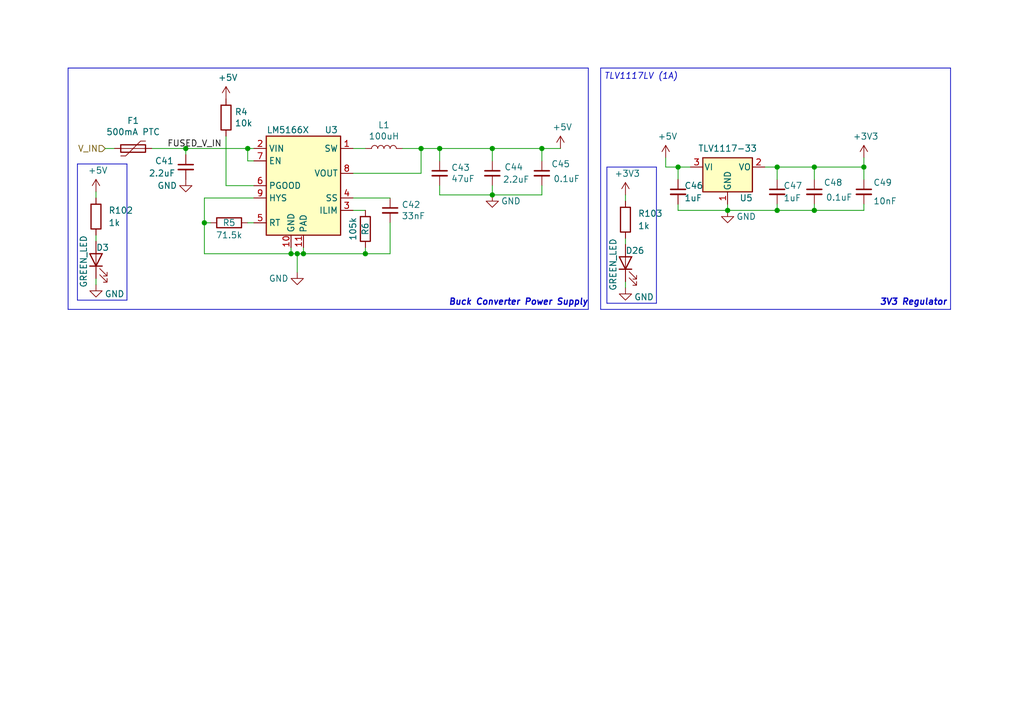
<source format=kicad_sch>
(kicad_sch (version 20250114) (generator "eeschema") (generator_version "9.0")
  (paper "A5")
  (lib_symbols
    (symbol "Device:C_Small" (pin_numbers (hide yes)) (pin_names (offset 0.254) (hide yes))
      (property "Reference" "C" (at 0.254 1.778 0))
      (property "Value" "C_Small" (at 0.254 -2.032 0))
      (symbol "C_Small_0_1"
        (polyline (pts (xy -1.524 0.508) (xy 1.524 0.508)) (stroke (width 0.3048)))
        (polyline (pts (xy -1.524 -0.508) (xy 1.524 -0.508)) (stroke (width 0.3302)))
      )
      (symbol "C_Small_1_1"
        (pin passive line (at 0 2.54 270) (length 2.032) (name "~") (number "1"))
        (pin passive line (at 0 -2.54 90) (length 2.032) (name "~") (number "2"))
      )
    )
    (symbol "Device:L" (pin_numbers (hide yes)) (pin_names (offset 1.016) (hide yes))
      (property "Reference" "L" (at -1.27 0 90))
      (property "Value" "L" (at 1.905 0 90))
      (symbol "L_0_1"
        (arc (start 0 2.54) (mid 0.6323 1.905) (end 0 1.27))
        (arc (start 0 1.27) (mid 0.6323 0.635) (end 0 0))
        (arc (start 0 0) (mid 0.6323 -0.635) (end 0 -1.27))
        (arc (start 0 -1.27) (mid 0.6323 -1.905) (end 0 -2.54))
      )
      (symbol "L_1_1"
        (pin passive line (at 0 3.81 270) (length 1.27) (name "1") (number "1"))
        (pin passive line (at 0 -3.81 90) (length 1.27) (name "2") (number "2"))
      )
    )
    (symbol "Device:LED" (pin_numbers (hide yes)) (pin_names (offset 1.016) (hide yes))
      (property "Reference" "D" (at 0 2.54 0))
      (property "Value" "LED" (at 0 -2.54 0))
      (symbol "LED_0_1"
        (polyline (pts (xy -3.048 -0.762) (xy -4.572 -2.286) (xy -3.81 -2.286) (xy -4.572 -2.286) (xy -4.572 -1.524)))
        (polyline (pts (xy -1.778 -0.762) (xy -3.302 -2.286) (xy -2.54 -2.286) (xy -3.302 -2.286) (xy -3.302 -1.524)))
        (polyline (pts (xy -1.27 0) (xy 1.27 0)))
        (polyline (pts (xy -1.27 -1.27) (xy -1.27 1.27)) (stroke (width 0.254)))
        (polyline (pts (xy 1.27 -1.27) (xy 1.27 1.27) (xy -1.27 0) (xy 1.27 -1.27)) (stroke (width 0.254)))
      )
      (symbol "LED_1_1"
        (pin passive line (at -3.81 0 0) (length 2.54) (name "K") (number "1"))
        (pin passive line (at 3.81 0 180) (length 2.54) (name "A") (number "2"))
      )
    )
    (symbol "Device:Polyfuse" (pin_numbers (hide yes)) (pin_names (offset 0))
      (property "Reference" "F" (at -2.54 0 90))
      (property "Value" "Polyfuse" (at 2.54 0 90))
      (symbol "Polyfuse_0_1"
        (polyline (pts (xy -1.524 2.54) (xy -1.524 1.524) (xy 1.524 -1.524) (xy 1.524 -2.54)))
        (rectangle (start -0.762 2.54) (end 0.762 -2.54) (stroke (width 0.254)))
        (polyline (pts (xy 0 2.54) (xy 0 -2.54)))
      )
      (symbol "Polyfuse_1_1"
        (pin passive line (at 0 3.81 270) (length 1.27) (name "~") (number "1"))
        (pin passive line (at 0 -3.81 90) (length 1.27) (name "~") (number "2"))
      )
    )
    (symbol "Device:R" (pin_numbers (hide yes)) (pin_names (offset 0))
      (property "Reference" "R" (at 2.032 0 90))
      (property "Value" "R" (at 0 0 90))
      (symbol "R_0_1"
        (rectangle (start -1.016 -2.54) (end 1.016 2.54) (stroke (width 0.254)))
      )
      (symbol "R_1_1"
        (pin passive line (at 0 3.81 270) (length 1.27) (name "~") (number "1"))
        (pin passive line (at 0 -3.81 90) (length 1.27) (name "~") (number "2"))
      )
    )
    (symbol "Regulator_Linear:TLV1117-33" (pin_names (offset 0.254))
      (property "Reference" "U" (at -3.81 3.175 0))
      (property "Value" "TLV1117-33" (at 0 3.175 0))
      (symbol "TLV1117-33_0_1"
        (rectangle (start -5.08 -5.08) (end 5.08 1.905) (stroke (width 0.254)) (fill (type background)))
      )
      (symbol "TLV1117-33_1_1"
        (pin power_in line (at -7.62 0 0) (length 2.54) (name "VI") (number "3"))
        (pin power_in line (at 0 -7.62 90) (length 2.54) (name "GND") (number "1"))
        (pin power_out line (at 7.62 0 180) (length 2.54) (name "VO") (number "2"))
      )
    )
    (symbol "Regulator_Switching:LM5166X"
      (property "Reference" "U" (at -7.62 11.43 0))
      (property "Value" "LM5166X" (at 7.62 11.43 0))
      (symbol "LM5166X_0_1"
        (rectangle (start -7.62 10.16) (end 7.62 -10.16) (stroke (width 0.254)) (fill (type background)))
      )
      (symbol "LM5166X_1_1"
        (pin power_in line (at -10.16 7.62 0) (length 2.54) (name "VIN") (number "2"))
        (pin input line (at -10.16 5.08 0) (length 2.54) (name "EN") (number "7"))
        (pin output line (at -10.16 0 0) (length 2.54) (name "PGOOD") (number "6"))
        (pin output line (at -10.16 -2.54 0) (length 2.54) (name "HYS") (number "9"))
        (pin input line (at -10.16 -7.62 0) (length 2.54) (name "RT") (number "5"))
        (pin power_in line (at -2.54 -12.7 90) (length 2.54) (name "GND") (number "10"))
        (pin power_in line (at 0 -12.7 90) (length 2.54) (name "PAD") (number "11"))
        (pin power_out line (at 10.16 7.62 180) (length 2.54) (name "SW") (number "1"))
        (pin input line (at 10.16 2.54 180) (length 2.54) (name "VOUT") (number "8"))
        (pin input line (at 10.16 -2.54 180) (length 2.54) (name "SS") (number "4"))
        (pin input line (at 10.16 -5.08 180) (length 2.54) (name "ILIM") (number "3"))
      )
    )
    (symbol "power:+3V3" (power) (pin_names (offset 0))
      (property "Value" "+3V3" (at 0 3.556 0))
      (symbol "+3V3_0_1"
        (polyline (pts (xy -0.762 1.27) (xy 0 2.54)))
        (polyline (pts (xy 0 2.54) (xy 0.762 1.27)))
        (polyline (pts (xy 0 0) (xy 0 2.54)))
      )
      (symbol "+3V3_1_1"
        (pin power_in line (at 0 0 90) (length 0) (hide yes) (name "+3V3") (number "1"))
      )
    )
    (symbol "power:+5V" (power) (pin_names (offset 0))
      (property "Value" "+5V" (at 0 3.556 0))
      (symbol "+5V_0_1"
        (polyline (pts (xy -0.762 1.27) (xy 0 2.54)))
        (polyline (pts (xy 0 2.54) (xy 0.762 1.27)))
        (polyline (pts (xy 0 0) (xy 0 2.54)))
      )
      (symbol "+5V_1_1"
        (pin power_in line (at 0 0 90) (length 0) (hide yes) (name "+5V") (number "1"))
      )
    )
    (symbol "power:GND" (power) (pin_names (offset 0))
      (property "Value" "GND" (at 0 -3.81 0))
      (symbol "GND_0_1"
        (polyline (pts (xy 0 0) (xy 0 -1.27) (xy 1.27 -1.27) (xy 0 -2.54) (xy -1.27 -1.27) (xy 0 -1.27)))
      )
      (symbol "GND_1_1"
        (pin power_in line (at 0 0 270) (length 0) (hide yes) (name "GND") (number "1"))
      )
    )
  )
  (text "Buck Converter Power Supply" (at 120.65 62.865 0) (effects (font (size 1.27 1.27) (thickness 0.254) (bold yes) (italic yes)) (justify right bottom)))
  (text "3V3 Regulator" (at 194.31 62.865 0) (effects (font (size 1.27 1.27) (thickness 0.254) (bold yes) (italic yes)) (justify right bottom)))
  (text "TLV1117LV (1A)" (at 139.065 16.51 0) (effects (font (size 1.27 1.27) (italic yes)) (justify right bottom)))
  (junction (at 139.065 34.29))
  (junction (at 60.96 52.07))
  (junction (at 59.69 52.07))
  (junction (at 159.385 43.18))
  (junction (at 167.005 34.29))
  (junction (at 159.385 34.29))
  (junction (at 167.005 43.18))
  (junction (at 50.8 30.48))
  (junction (at 100.965 40.005))
  (junction (at 38.1 30.48))
  (junction (at 62.23 52.07))
  (junction (at 111.125 30.48))
  (junction (at 149.225 43.18))
  (junction (at 86.36 30.48))
  (junction (at 41.91 45.72))
  (junction (at 74.93 52.07))
  (junction (at 100.965 30.48))
  (junction (at 90.17 30.48))
  (junction (at 177.165 34.29))
  (polyline (pts (xy 123.19 13.97) (xy 194.945 13.97)))
  (wire (pts (xy 52.07 33.02) (xy 50.8 33.02)))
  (wire (pts (xy 21.59 30.48) (xy 23.495 30.48)))
  (wire (pts (xy 74.93 50.8) (xy 74.93 52.07)))
  (wire (pts (xy 19.685 48.26) (xy 19.685 49.53)))
  (wire (pts (xy 159.385 34.29) (xy 156.845 34.29)))
  (wire (pts (xy 128.27 40.005) (xy 128.27 41.275)))
  (wire (pts (xy 59.69 52.07) (xy 59.69 50.8)))
  (wire (pts (xy 74.93 30.48) (xy 72.39 30.48)))
  (wire (pts (xy 80.01 45.72) (xy 80.01 52.07)))
  (wire (pts (xy 19.685 39.37) (xy 19.685 40.64)))
  (polyline (pts (xy 15.875 61.595) (xy 26.035 61.595)))
  (wire (pts (xy 41.91 45.72) (xy 41.91 52.07)))
  (wire (pts (xy 38.1 30.48) (xy 50.8 30.48)))
  (wire (pts (xy 136.525 34.29) (xy 136.525 32.385)))
  (wire (pts (xy 38.1 30.48) (xy 38.1 31.75)))
  (wire (pts (xy 139.065 41.91) (xy 139.065 43.18)))
  (wire (pts (xy 159.385 41.91) (xy 159.385 43.18)))
  (wire (pts (xy 52.07 38.1) (xy 46.355 38.1)))
  (wire (pts (xy 128.27 48.895) (xy 128.27 50.165)))
  (wire (pts (xy 90.17 38.1) (xy 90.17 40.005)))
  (wire (pts (xy 167.005 36.83) (xy 167.005 34.29)))
  (wire (pts (xy 111.125 30.48) (xy 114.935 30.48)))
  (wire (pts (xy 177.165 41.91) (xy 177.165 43.18)))
  (polyline (pts (xy 124.46 62.23) (xy 134.62 62.23)))
  (wire (pts (xy 128.27 57.785) (xy 128.27 59.055)))
  (wire (pts (xy 90.17 40.005) (xy 100.965 40.005)))
  (polyline (pts (xy 26.035 61.595) (xy 26.035 33.655)))
  (wire (pts (xy 80.01 52.07) (xy 74.93 52.07)))
  (wire (pts (xy 86.36 30.48) (xy 82.55 30.48)))
  (polyline (pts (xy 123.19 63.5) (xy 123.19 13.97)))
  (wire (pts (xy 149.225 43.18) (xy 149.225 41.91)))
  (polyline (pts (xy 13.97 13.97) (xy 120.65 13.97)))
  (wire (pts (xy 41.91 45.72) (xy 43.18 45.72)))
  (wire (pts (xy 50.8 33.02) (xy 50.8 30.48)))
  (wire (pts (xy 159.385 36.83) (xy 159.385 34.29)))
  (wire (pts (xy 90.17 30.48) (xy 100.965 30.48)))
  (wire (pts (xy 19.685 57.15) (xy 19.685 58.42)))
  (wire (pts (xy 167.005 43.18) (xy 159.385 43.18)))
  (wire (pts (xy 90.17 30.48) (xy 86.36 30.48)))
  (polyline (pts (xy 134.62 34.29) (xy 124.46 34.29)))
  (wire (pts (xy 100.965 30.48) (xy 100.965 33.02)))
  (polyline (pts (xy 15.875 33.655) (xy 15.875 61.595)))
  (wire (pts (xy 167.005 41.91) (xy 167.005 43.18)))
  (wire (pts (xy 41.91 52.07) (xy 59.69 52.07)))
  (wire (pts (xy 177.165 36.83) (xy 177.165 34.29)))
  (wire (pts (xy 177.165 32.385) (xy 177.165 34.29)))
  (wire (pts (xy 62.23 52.07) (xy 60.96 52.07)))
  (wire (pts (xy 31.115 30.48) (xy 38.1 30.48)))
  (polyline (pts (xy 194.945 13.97) (xy 194.945 63.5)))
  (polyline (pts (xy 26.035 33.655) (xy 15.875 33.655)))
  (wire (pts (xy 139.065 34.29) (xy 141.605 34.29)))
  (wire (pts (xy 86.36 35.56) (xy 86.36 30.48)))
  (wire (pts (xy 72.39 40.64) (xy 80.01 40.64)))
  (polyline (pts (xy 13.97 13.97) (xy 13.97 63.5)))
  (wire (pts (xy 60.96 52.07) (xy 59.69 52.07)))
  (wire (pts (xy 111.125 38.1) (xy 111.125 40.005)))
  (wire (pts (xy 100.965 38.1) (xy 100.965 40.005)))
  (wire (pts (xy 74.93 52.07) (xy 62.23 52.07)))
  (wire (pts (xy 50.8 30.48) (xy 52.07 30.48)))
  (wire (pts (xy 139.065 43.18) (xy 149.225 43.18)))
  (wire (pts (xy 60.96 52.07) (xy 60.96 55.88)))
  (wire (pts (xy 139.065 34.29) (xy 136.525 34.29)))
  (wire (pts (xy 74.93 43.18) (xy 72.39 43.18)))
  (polyline (pts (xy 134.62 62.23) (xy 134.62 34.29)))
  (wire (pts (xy 50.8 45.72) (xy 52.07 45.72)))
  (wire (pts (xy 41.91 40.64) (xy 41.91 45.72)))
  (polyline (pts (xy 120.65 13.97) (xy 120.65 63.5)))
  (wire (pts (xy 177.165 43.18) (xy 167.005 43.18)))
  (wire (pts (xy 41.91 40.64) (xy 52.07 40.64)))
  (wire (pts (xy 139.065 36.83) (xy 139.065 34.29)))
  (wire (pts (xy 90.17 33.02) (xy 90.17 30.48)))
  (wire (pts (xy 100.965 30.48) (xy 111.125 30.48)))
  (polyline (pts (xy 120.65 63.5) (xy 13.97 63.5)))
  (wire (pts (xy 111.125 40.005) (xy 100.965 40.005)))
  (wire (pts (xy 46.355 38.1) (xy 46.355 27.94)))
  (wire (pts (xy 159.385 34.29) (xy 167.005 34.29)))
  (wire (pts (xy 111.125 30.48) (xy 111.125 33.02)))
  (polyline (pts (xy 124.46 34.29) (xy 124.46 62.23)))
  (wire (pts (xy 177.165 34.29) (xy 167.005 34.29)))
  (polyline (pts (xy 194.945 63.5) (xy 123.19 63.5)))
  (wire (pts (xy 62.23 50.8) (xy 62.23 52.07)))
  (wire (pts (xy 72.39 35.56) (xy 86.36 35.56)))
  (wire (pts (xy 159.385 43.18) (xy 149.225 43.18)))
  (label "FUSED_V_IN" (at 34.29 30.48 0))
  (hierarchical_label "V_IN" (shape input) (at 21.59 30.48 180))
  (symbol (lib_id "Device:C_Small") (at 38.1 34.29 0) (unit 1)
    (property "Reference" "C41" (at 31.75 33.02 0) (effects (justify left)))
    (property "Value" "2.2uF" (at 30.48 35.56 0) (effects (justify left)))
    (property "Footprint" "Capacitor_SMD:C_1206_3216Metric" (effects (hide yes)))
    (property "Datasheet" "https://www.yuden.co.jp/productdata/catalog/mlcc06_e.pdf" (effects (hide yes)))
    (property "Part Number" "HMK316AC7225KL-TE" (effects (hide yes)))
    (property "Digikey Number" "587-5026-2-ND" (effects (hide yes)))
    (property "Price ($)" "0.53" (effects (hide yes)))
    (property "Comment" "2.2µF ±10% 100V Ceramic Capacitor X7S 1206 (3216 Metric)" (effects (hide yes)))
  )
  (symbol (lib_id "Device:R") (at 46.99 45.72 270) (unit 1)
    (property "Reference" "R5" (at 46.99 45.72 90))
    (property "Value" "71.5k" (at 46.99 48.26 90))
    (property "Footprint" "Resistor_SMD:R_0402_1005Metric" (effects (hide yes)))
    (property "Datasheet" "https://www.yageo.com/upload/media/product/productsearch/datasheet/rchip/PYu-RC_Group_51_RoHS_L_12.pdf" (effects (hide yes)))
    (property "Comment" "71.5 kOhms ±1% 0.063W, 1/16W Chip Resistor 0402 (1005 Metric) Moisture Resistant Thick Film" (effects (hide yes)))
    (property "Digikey Number" "YAG3222CT-ND" (effects (hide yes)))
    (property "Part Number" "RC0402FR-0771K5L" (effects (hide yes)))
    (property "Price ($)" "0.1" (effects (hide yes)))
  )
  (symbol (lib_id "Device:C_Small") (at 100.965 35.56 0) (mirror y) (unit 1)
    (property "Reference" "C44" (at 107.315 34.29 0) (effects (justify left)))
    (property "Value" "2.2uF" (at 108.585 36.83 0) (effects (justify left)))
    (property "Footprint" "Capacitor_SMD:C_0402_1005Metric" (effects (hide yes)))
    (property "Datasheet" "https://search.murata.co.jp/Ceramy/image/img/A01X/G101/ENG/GRM155C81C225ME15-01.pdf" (effects (hide yes)))
    (property "Part Number" "GRM155C81C225ME15D" (effects (hide yes)))
    (property "Digikey Number" "490-10444-1-ND" (effects (hide yes)))
    (property "Price ($)" "0.24" (effects (hide yes)))
    (property "Comment" "2.2 µF ±20% 16V Ceramic Capacitor X6S 0402 (1005 Metric)" (effects (hide yes)))
  )
  (symbol (lib_id "Device:R") (at 19.685 44.45 0) (unit 1)
    (property "Reference" "R102" (at 22.225 43.1799 0) (effects (justify left)))
    (property "Value" "1k" (at 22.225 45.7199 0) (effects (justify left)))
    (property "Footprint" "Resistor_SMD:R_0402_1005Metric" (effects (hide yes)))
    (property "Datasheet" "https://www.yageo.com/upload/media/product/productsearch/datasheet/rchip/PYu-RC_Group_51_RoHS_L_12.pdf" (effects (hide yes)))
    (property "Comment" "1 kOhms ±1% 0.063W, 1/16W Chip Resistor 0402 (1005 Metric) Moisture Resistant Thick Film" (effects (hide yes)))
    (property "Digikey Number" "311-1.00KLRCT-ND" (effects (hide yes)))
    (property "Part Number" "RC0402FR-071KL" (effects (hide yes)))
    (property "Price ($)" "0.1" (effects (hide yes)))
  )
  (symbol (lib_id "Regulator_Switching:LM5166X") (at 62.23 38.1 0) (unit 1)
    (property "Reference" "U3" (at 67.945 26.67 0))
    (property "Value" "LM5166X" (at 59.055 26.67 0))
    (property "Footprint" "Package_SON:Texas_S-PVSON-N10_ThermalVias" (effects (hide yes)))
    (property "Datasheet" "http://www.ti.com/lit/ds/symlink/lm5166.pdf" (effects (hide yes)))
    (property "Part Number" "LM5166XDRCR" (effects (hide yes)))
    (property "Digikey Number" "296-47662-2-ND" (effects (hide yes)))
    (property "Comment" "5v 500mA Buck Converter" (effects (hide yes)))
  )
  (symbol (lib_id "Regulator_Linear:TLV1117-33") (at 149.225 34.29 0) (unit 1)
    (property "Reference" "U5" (at 153.035 40.64 0))
    (property "Value" "TLV1117-33" (at 149.225 30.4546 0))
    (property "Footprint" "Package_TO_SOT_SMD:SOT-223-3_TabPin2" (effects (hide yes)))
    (property "Datasheet" "http://www.ti.com/lit/ds/symlink/tlv1117.pdf" (effects (hide yes)))
    (property "Part Number" "TLV1117LV33DCYR" (effects (hide yes)))
    (property "Digikey Number" "296-28778-2-ND" (effects (hide yes)))
    (property "Price ($)" "0.42" (effects (hide yes)))
    (property "Comment" "Linear Voltage Regulator IC  1 Output  1A SOT-223-4" (effects (hide yes)))
  )
  (symbol (lib_id "Device:LED") (at 19.685 53.34 90) (unit 1)
    (property "Reference" "D3" (at 19.685 50.8 90) (effects (justify right)))
    (property "Value" "GREEN_LED" (at 17.145 48.26 0) (effects (justify right)))
    (property "Footprint" "LED_SMD:LED_0603_1608Metric" (effects (hide yes)))
    (property "Datasheet" "https://www.we-online.de/web/en/index.php/download/media/07_electronic_components/download_center_1/application_notes_berichte/ano002_leds___the_future_of_horticultural_lighting/ANO002b_EN_LEDs_The_Future_of_Horticultural_Lighting.pdf" (effects (hide yes)))
    (property "Part Number" "150060VS55040" (effects (hide yes)))
    (property "Digikey Number" "732-12017-2-ND" (effects (hide yes)))
    (property "Price ($)" "0.18" (effects (hide yes)))
    (property "Comment" "Green 573nm LED Indication - Discrete 2V 0603 (1608 Metric)" (effects (hide yes)))
  )
  (symbol (lib_id "power:+5V") (at 136.525 32.385 0) (unit 1)
    (property "Reference" "#PWR031" (effects (hide yes)))
    (property "Value" "+5V" (at 136.906 27.9908 0))
  )
  (symbol (lib_id "Device:Polyfuse") (at 27.305 30.48 270) (unit 1)
    (property "Reference" "F1" (at 27.305 24.765 90))
    (property "Value" "500mA PTC" (at 27.305 27.0764 90))
    (property "Footprint" "ClementsFootprints:0ZCJ0050FF2G_3216X125N" (effects (hide yes)))
    (property "Datasheet" "https://www.belfuse.com/resources/datasheets/circuitprotection/ds-cp-0zcj-series.pdf" (effects (hide yes)))
    (property "Part Number" "0ZCJ0050FF2G" (effects (hide yes)))
    (property "Digikey Number" "507-1802-2-ND" (effects (hide yes)))
    (property "Price ($)" "0.11" (effects (hide yes)))
    (property "Comment" "Polymeric PTC Resettable Fuse 8V 500mA Ih Surface Mount 1206 (3216 Metric), Concave" (effects (hide yes)))
  )
  (symbol (lib_id "Device:R") (at 46.355 24.13 0) (unit 1)
    (property "Reference" "R4" (at 48.133 22.9616 0) (effects (justify left)))
    (property "Value" "10k" (at 48.133 25.273 0) (effects (justify left)))
    (property "Footprint" "Resistor_SMD:R_0402_1005Metric" (effects (hide yes)))
    (property "Datasheet" "https://www.yageo.com/upload/media/product/productsearch/datasheet/rchip/PYu-RC_Group_51_RoHS_L_12.pdf" (effects (hide yes)))
    (property "Comment" "10 kOhms ±1% 0.063W, 1/16W Chip Resistor 0402 (1005 Metric) Moisture Resistant Thick Film" (effects (hide yes)))
    (property "Digikey Number" "311-10.0KLRCT-ND" (effects (hide yes)))
    (property "Part Number" "RC0402FR-0710KL" (effects (hide yes)))
    (property "Price ($)" "0.1" (effects (hide yes)))
  )
  (symbol (lib_id "power:+3V3") (at 128.27 40.005 0) (unit 1)
    (property "Reference" "#PWR0111" (effects (hide yes)))
    (property "Value" "+3V3" (at 128.651 35.6108 0))
  )
  (symbol (lib_id "power:GND") (at 100.965 40.005 0) (unit 1)
    (property "Reference" "#PWR020" (effects (hide yes)))
    (property "Value" "GND" (at 104.775 41.275 0))
  )
  (symbol (lib_id "Device:C_Small") (at 90.17 35.56 0) (unit 1)
    (property "Reference" "C43" (at 92.5068 34.3916 0) (effects (justify left)))
    (property "Value" "47uF" (at 92.5068 36.703 0) (effects (justify left)))
    (property "Footprint" "Capacitor_SMD:C_1206_3216Metric" (effects (hide yes)))
    (property "Datasheet" "https://ds.yuden.co.jp/TYCOMPAS/ut/detail?pn=JMK316ABJ476MLHT%20%20&u=M" (effects (hide yes)))
    (property "Part Number" "JMK316ABJ476MLHT" (effects (hide yes)))
    (property "Digikey Number" "587-3399-2-ND" (effects (hide yes)))
    (property "Price ($)" "0.45" (effects (hide yes)))
    (property "Comment" "47µF ±20% 6.3V Ceramic Capacitor X5R 1206 (3216 Metric)" (effects (hide yes)))
  )
  (symbol (lib_id "Device:C_Small") (at 167.005 39.37 0) (unit 1)
    (property "Reference" "C48" (at 168.91 37.465 0) (effects (justify left)))
    (property "Value" "0.1uF" (at 169.3418 40.513 0) (effects (justify left)))
    (property "Footprint" "Capacitor_SMD:C_0402_1005Metric" (effects (hide yes)))
    (property "Datasheet" "https://www.yageo.com/upload/media/product/productsearch/datasheet/mlcc/UPY-GPHC_X7R_6.3V-to-250V_22.pdf" (effects (hide yes)))
    (property "Part Number" "CC0402KRX7R7BB104" (effects (hide yes)))
    (property "Digikey Number" "311-1338-1-ND" (effects (hide yes)))
    (property "Price ($)" "0.1" (effects (hide yes)))
    (property "Comment" "0.1 µF ±10% 16V Ceramic Capacitor X7R 0402 (1005 Metric)" (effects (hide yes)))
  )
  (symbol (lib_id "power:GND") (at 38.1 36.83 0) (unit 1)
    (property "Reference" "#PWR013" (effects (hide yes)))
    (property "Value" "GND" (at 34.29 38.1 0))
  )
  (symbol (lib_id "power:+5V") (at 46.355 20.32 0) (unit 1)
    (property "Reference" "#PWR016" (effects (hide yes)))
    (property "Value" "+5V" (at 46.736 15.9258 0))
  )
  (symbol (lib_id "Device:C_Small") (at 80.01 43.18 0) (unit 1)
    (property "Reference" "C42" (at 82.3468 42.0116 0) (effects (justify left)))
    (property "Value" "33nF" (at 82.3468 44.323 0) (effects (justify left)))
    (property "Footprint" "Capacitor_SMD:C_0402_1005Metric" (effects (hide yes)))
    (property "Datasheet" "https://www.yageo.com/upload/media/product/productsearch/datasheet/mlcc/UPY-GPHC_X7R_6.3V-to-250V_22.pdf" (effects (hide yes)))
    (property "Part Number" "CC0402KRX7R9BB332" (effects (hide yes)))
    (property "Digikey Number" "311-1034-1-ND" (effects (hide yes)))
    (property "Price ($)" "0.1" (effects (hide yes)))
    (property "Comment" "3300 pF ±10% 50V Ceramic Capacitor X7R 0402 (1005 Metric)" (effects (hide yes)))
  )
  (symbol (lib_id "power:GND") (at 19.685 58.42 0) (unit 1)
    (property "Reference" "#PWR0110" (effects (hide yes)))
    (property "Value" "GND" (at 23.495 60.325 0))
  )
  (symbol (lib_id "power:+3V3") (at 177.165 32.385 0) (unit 1)
    (property "Reference" "#PWR036" (effects (hide yes)))
    (property "Value" "+3V3" (at 177.546 27.9908 0))
  )
  (symbol (lib_id "Device:C_Small") (at 111.125 35.56 0) (unit 1)
    (property "Reference" "C45" (at 113.03 33.655 0) (effects (justify left)))
    (property "Value" "0.1uF" (at 113.4618 36.703 0) (effects (justify left)))
    (property "Footprint" "Capacitor_SMD:C_0402_1005Metric" (effects (hide yes)))
    (property "Datasheet" "https://www.yageo.com/upload/media/product/productsearch/datasheet/mlcc/UPY-GPHC_X7R_6.3V-to-250V_22.pdf" (effects (hide yes)))
    (property "Part Number" "CC0402KRX7R7BB104" (effects (hide yes)))
    (property "Digikey Number" "311-1338-1-ND" (effects (hide yes)))
    (property "Price ($)" "0.1" (effects (hide yes)))
    (property "Comment" "0.1 µF ±10% 16V Ceramic Capacitor X7R 0402 (1005 Metric)" (effects (hide yes)))
  )
  (symbol (lib_id "power:GND") (at 128.27 59.055 0) (unit 1)
    (property "Reference" "#PWR0112" (effects (hide yes)))
    (property "Value" "GND" (at 132.08 60.96 0))
  )
  (symbol (lib_id "power:GND") (at 60.96 55.88 0) (unit 1)
    (property "Reference" "#PWR017" (effects (hide yes)))
    (property "Value" "GND" (at 57.15 57.15 0))
  )
  (symbol (lib_id "Device:LED") (at 128.27 53.975 90) (unit 1)
    (property "Reference" "D26" (at 128.27 51.435 90) (effects (justify right)))
    (property "Value" "GREEN_LED" (at 125.73 48.895 0) (effects (justify right)))
    (property "Footprint" "LED_SMD:LED_0603_1608Metric" (effects (hide yes)))
    (property "Datasheet" "https://www.we-online.de/web/en/index.php/download/media/07_electronic_components/download_center_1/application_notes_berichte/ano002_leds___the_future_of_horticultural_lighting/ANO002b_EN_LEDs_The_Future_of_Horticultural_Lighting.pdf" (effects (hide yes)))
    (property "Part Number" "150060VS55040" (effects (hide yes)))
    (property "Digikey Number" "732-12017-2-ND" (effects (hide yes)))
    (property "Price ($)" "0.18" (effects (hide yes)))
    (property "Comment" "Green 573nm LED Indication - Discrete 2V 0603 (1608 Metric)" (effects (hide yes)))
  )
  (symbol (lib_id "Device:C_Small") (at 139.065 39.37 0) (unit 1)
    (property "Reference" "C46" (at 140.335 38.1 0) (effects (justify left)))
    (property "Value" "1uF" (at 140.335 40.64 0) (effects (justify left)))
    (property "Footprint" "Capacitor_SMD:C_0805_2012Metric" (effects (hide yes)))
    (property "Datasheet" "https://content.kemet.com/datasheets/KEM_C1005_Y5V_SMD.pdf" (effects (hide yes)))
    (property "Part Number" "C0805C105Z4VACTU" (effects (hide yes)))
    (property "Digikey Number" "399-8011-2-ND" (effects (hide yes)))
    (property "Price ($)" "0.11" (effects (hide yes)))
    (property "Comment" "1µF -20%, +80% 16V Ceramic Capacitor Y5V (F) 0805 (2012 Metric)" (effects (hide yes)))
  )
  (symbol (lib_id "power:GND") (at 149.225 43.18 0) (unit 1)
    (property "Reference" "#PWR035" (effects (hide yes)))
    (property "Value" "GND" (at 153.035 44.45 0))
  )
  (symbol (lib_id "power:+5V") (at 19.685 39.37 0) (unit 1)
    (property "Reference" "#PWR0109" (effects (hide yes)))
    (property "Value" "+5V" (at 20.066 34.9758 0))
  )
  (symbol (lib_id "Device:L") (at 78.74 30.48 90) (unit 1)
    (property "Reference" "L1" (at 78.74 25.654 90))
    (property "Value" "100uH" (at 78.74 27.9654 90))
    (property "Footprint" "ClementsFootprints:1267AY-101M=P3" (effects (hide yes)))
    (property "Datasheet" "https://www.murata.com/~/media/webrenewal/products/inductor/chip/tokoproducts/wirewoundferritetypeforpl/m_dg8040c.ashx?la=en" (effects (hide yes)))
    (property "Part Number" "1267AY-101M=P3" (effects (hide yes)))
    (property "Digikey Number" "490-10826-2-ND" (effects (hide yes)))
    (property "Comment" "47uH 1.3A 210mmho SMD" (effects (hide yes)))
    (property "Price ($)" "0.85" (effects (hide yes)))
  )
  (symbol (lib_id "power:+5V") (at 114.935 30.48 0) (unit 1)
    (property "Reference" "#PWR029" (effects (hide yes)))
    (property "Value" "+5V" (at 115.316 26.0858 0))
  )
  (symbol (lib_id "Device:R") (at 128.27 45.085 0) (unit 1)
    (property "Reference" "R103" (at 130.81 43.8149 0) (effects (justify left)))
    (property "Value" "1k" (at 130.81 46.3549 0) (effects (justify left)))
    (property "Footprint" "Resistor_SMD:R_0402_1005Metric" (effects (hide yes)))
    (property "Datasheet" "https://www.yageo.com/upload/media/product/productsearch/datasheet/rchip/PYu-RC_Group_51_RoHS_L_12.pdf" (effects (hide yes)))
    (property "Comment" "1 kOhms ±1% 0.063W, 1/16W Chip Resistor 0402 (1005 Metric) Moisture Resistant Thick Film" (effects (hide yes)))
    (property "Digikey Number" "311-1.00KLRCT-ND" (effects (hide yes)))
    (property "Part Number" "RC0402FR-071KL" (effects (hide yes)))
    (property "Price ($)" "0.1" (effects (hide yes)))
  )
  (symbol (lib_id "Device:R") (at 74.93 46.99 180) (unit 1)
    (property "Reference" "R6" (at 74.93 46.99 90))
    (property "Value" "105k" (at 72.39 46.99 90))
    (property "Footprint" "Resistor_SMD:R_0402_1005Metric" (effects (hide yes)))
    (property "Datasheet" "https://www.yageo.com/upload/media/product/productsearch/datasheet/rchip/PYu-RC_Group_51_RoHS_L_12.pdf" (effects (hide yes)))
    (property "Comment" "105 kOhms ±1% 0.063W, 1/16W Chip Resistor 0402 (1005 Metric) Moisture Resistant Thick Film" (effects (hide yes)))
    (property "Digikey Number" "YAG2946CT-ND" (effects (hide yes)))
    (property "Part Number" "RC0402FR-07105KL" (effects (hide yes)))
    (property "Price ($)" "0.1" (effects (hide yes)))
  )
  (symbol (lib_id "Device:C_Small") (at 177.165 39.37 0) (unit 1)
    (property "Reference" "C49" (at 179.07 37.465 0) (effects (justify left)))
    (property "Value" "10nF" (at 179.07 41.275 0) (effects (justify left)))
    (property "Footprint" "Capacitor_SMD:C_0402_1005Metric" (effects (hide yes)))
    (property "Datasheet" "https://search.murata.co.jp/Ceramy/image/img/A01X/G101/ENG/GCM155R71H103KA55-01.pdf" (effects (hide yes)))
    (property "Comment" "10000 pF ±10% 50V Ceramic Capacitor X7R 0402 (1005 Metric)" (effects (hide yes)))
    (property "Digikey Number" "490-4762-1-ND" (effects (hide yes)))
    (property "Part Number" "GCM155R71H103KA55D" (effects (hide yes)))
    (property "Price ($)" "0.1" (effects (hide yes)))
  )
  (symbol (lib_id "Device:C_Small") (at 159.385 39.37 0) (unit 1)
    (property "Reference" "C47" (at 160.655 38.1 0) (effects (justify left)))
    (property "Value" "1uF" (at 160.655 40.64 0) (effects (justify left)))
    (property "Footprint" "Capacitor_SMD:C_0805_2012Metric" (effects (hide yes)))
    (property "Datasheet" "https://content.kemet.com/datasheets/KEM_C1005_Y5V_SMD.pdf" (effects (hide yes)))
    (property "Part Number" "C0805C105Z4VACTU" (effects (hide yes)))
    (property "Digikey Number" "399-8011-2-ND" (effects (hide yes)))
    (property "Price ($)" "0.11" (effects (hide yes)))
    (property "Comment" "1µF -20%, +80% 16V Ceramic Capacitor Y5V (F) 0805 (2012 Metric)" (effects (hide yes)))
  )
)
</source>
